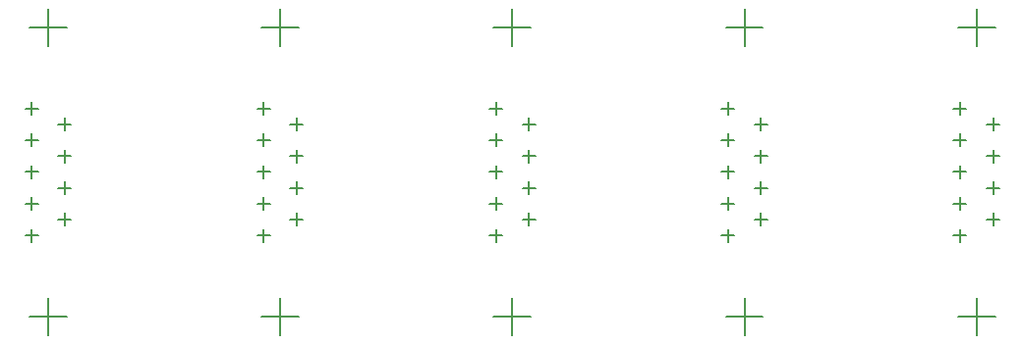
<source format=gbr>
%TF.GenerationSoftware,Altium Limited,Altium Designer,21.2.2 (38)*%
G04 Layer_Color=128*
%FSLAX45Y45*%
%MOMM*%
%TF.SameCoordinates,908A5498-0BB4-4271-8F68-DE63ACD0DB91*%
%TF.FilePolarity,Positive*%
%TF.FileFunction,Drillmap*%
%TF.Part,Single*%
G01*
G75*
%TA.AperFunction,NonConductor*%
%ADD18C,0.12700*%
D18*
X8802760Y2548640D02*
X8912760D01*
X8857760Y2493640D02*
Y2603640D01*
X8802760Y2274320D02*
X8912760D01*
X8857760Y2219320D02*
Y2329320D01*
X8802760Y2000000D02*
X8912760D01*
X8857760Y1945000D02*
Y2055000D01*
X8802760Y1725680D02*
X8912760D01*
X8857760Y1670680D02*
Y1780680D01*
X8802760Y1451360D02*
X8912760D01*
X8857760Y1396360D02*
Y1506360D01*
X9087240Y2411480D02*
X9197240D01*
X9142240Y2356480D02*
Y2466480D01*
X9087240Y2137160D02*
X9197240D01*
X9142240Y2082160D02*
Y2192160D01*
X9087240Y1862840D02*
X9197240D01*
X9142240Y1807840D02*
Y1917840D01*
X9087240Y1588520D02*
X9197240D01*
X9142240Y1533520D02*
Y1643520D01*
X6802760Y2548640D02*
X6912760D01*
X6857760Y2493640D02*
Y2603640D01*
X6802760Y2274320D02*
X6912760D01*
X6857760Y2219320D02*
Y2329320D01*
X6802760Y2000000D02*
X6912760D01*
X6857760Y1945000D02*
Y2055000D01*
X6802760Y1725680D02*
X6912760D01*
X6857760Y1670680D02*
Y1780680D01*
X6802760Y1451360D02*
X6912760D01*
X6857760Y1396360D02*
Y1506360D01*
X7087240Y2411480D02*
X7197240D01*
X7142240Y2356480D02*
Y2466480D01*
X7087240Y2137160D02*
X7197240D01*
X7142240Y2082160D02*
Y2192160D01*
X7087240Y1862840D02*
X7197240D01*
X7142240Y1807840D02*
Y1917840D01*
X7087240Y1588520D02*
X7197240D01*
X7142240Y1533520D02*
Y1643520D01*
X4802760Y2548640D02*
X4912760D01*
X4857760Y2493640D02*
Y2603640D01*
X4802760Y2274320D02*
X4912760D01*
X4857760Y2219320D02*
Y2329320D01*
X4802760Y2000000D02*
X4912760D01*
X4857760Y1945000D02*
Y2055000D01*
X4802760Y1725680D02*
X4912760D01*
X4857760Y1670680D02*
Y1780680D01*
X4802760Y1451360D02*
X4912760D01*
X4857760Y1396360D02*
Y1506360D01*
X5087240Y2411480D02*
X5197240D01*
X5142240Y2356480D02*
Y2466480D01*
X5087240Y2137160D02*
X5197240D01*
X5142240Y2082160D02*
Y2192160D01*
X5087240Y1862840D02*
X5197240D01*
X5142240Y1807840D02*
Y1917840D01*
X5087240Y1588520D02*
X5197240D01*
X5142240Y1533520D02*
Y1643520D01*
X2802760Y2548640D02*
X2912760D01*
X2857760Y2493640D02*
Y2603640D01*
X2802760Y2274320D02*
X2912760D01*
X2857760Y2219320D02*
Y2329320D01*
X2802760Y2000000D02*
X2912760D01*
X2857760Y1945000D02*
Y2055000D01*
X2802760Y1725680D02*
X2912760D01*
X2857760Y1670680D02*
Y1780680D01*
X2802760Y1451360D02*
X2912760D01*
X2857760Y1396360D02*
Y1506360D01*
X3087240Y2411480D02*
X3197240D01*
X3142240Y2356480D02*
Y2466480D01*
X3087240Y2137160D02*
X3197240D01*
X3142240Y2082160D02*
Y2192160D01*
X3087240Y1862840D02*
X3197240D01*
X3142240Y1807840D02*
Y1917840D01*
X3087240Y1588520D02*
X3197240D01*
X3142240Y1533520D02*
Y1643520D01*
X802760Y2548640D02*
X912760D01*
X857760Y2493640D02*
Y2603640D01*
X802760Y2274320D02*
X912760D01*
X857760Y2219320D02*
Y2329320D01*
X802760Y2000000D02*
X912760D01*
X857760Y1945000D02*
Y2055000D01*
X802760Y1725680D02*
X912760D01*
X857760Y1670680D02*
Y1780680D01*
X802760Y1451360D02*
X912760D01*
X857760Y1396360D02*
Y1506360D01*
X1087240Y2411480D02*
X1197240D01*
X1142240Y2356480D02*
Y2466480D01*
X1087240Y2137160D02*
X1197240D01*
X1142240Y2082160D02*
Y2192160D01*
X1087240Y1862840D02*
X1197240D01*
X1142240Y1807840D02*
Y1917840D01*
X1087240Y1588520D02*
X1197240D01*
X1142240Y1533520D02*
Y1643520D01*
X8840000Y3249680D02*
X9160000D01*
X9000000Y3089680D02*
Y3409680D01*
X8840000Y749680D02*
X9160000D01*
X9000000Y589680D02*
Y909680D01*
X6840000Y3249680D02*
X7160000D01*
X7000000Y3089680D02*
Y3409680D01*
X6840000Y749680D02*
X7160000D01*
X7000000Y589680D02*
Y909680D01*
X4840000Y3249680D02*
X5160000D01*
X5000000Y3089680D02*
Y3409680D01*
X4840000Y749680D02*
X5160000D01*
X5000000Y589680D02*
Y909680D01*
X2840000Y3249680D02*
X3160000D01*
X3000000Y3089680D02*
Y3409680D01*
X2840000Y749680D02*
X3160000D01*
X3000000Y589680D02*
Y909680D01*
X840000Y3249680D02*
X1160000D01*
X1000000Y3089680D02*
Y3409680D01*
X840000Y749680D02*
X1160000D01*
X1000000Y589680D02*
Y909680D01*
%TF.MD5,c89926e847c4f5aa95681b93436eb2fb*%
M02*

</source>
